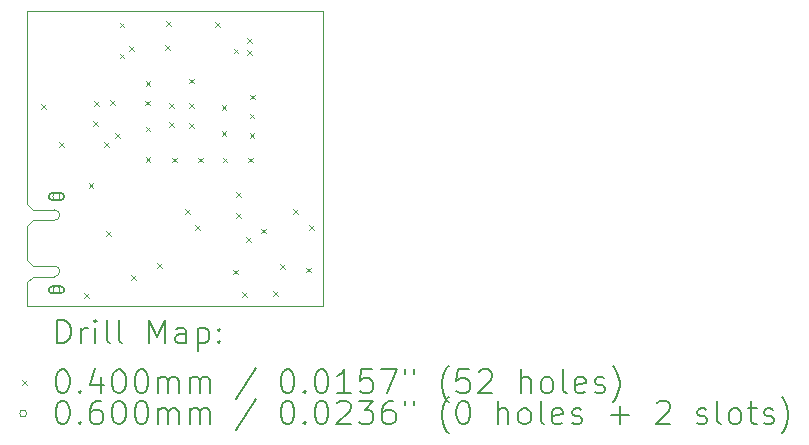
<source format=gbr>
%TF.GenerationSoftware,KiCad,Pcbnew,(6.0.11)*%
%TF.CreationDate,2023-04-24T14:11:14-03:00*%
%TF.ProjectId,HappyFeet,48617070-7946-4656-9574-2e6b69636164,V0.7*%
%TF.SameCoordinates,Original*%
%TF.FileFunction,Drillmap*%
%TF.FilePolarity,Positive*%
%FSLAX45Y45*%
G04 Gerber Fmt 4.5, Leading zero omitted, Abs format (unit mm)*
G04 Created by KiCad (PCBNEW (6.0.11)) date 2023-04-24 14:11:14*
%MOMM*%
%LPD*%
G01*
G04 APERTURE LIST*
%ADD10C,0.100000*%
%ADD11C,0.200000*%
%ADD12C,0.040000*%
%ADD13C,0.060000*%
G04 APERTURE END LIST*
D10*
X10000000Y-8634500D02*
X10000000Y-7000000D01*
X10230000Y-8684650D02*
X10047500Y-8684500D01*
X10230000Y-8774150D02*
X10050000Y-8774500D01*
X10230000Y-9159900D02*
X10047500Y-9159500D01*
X10230000Y-9248900D02*
X10050000Y-9249500D01*
X12500000Y-9500000D02*
X10000000Y-9500000D01*
X10230000Y-9248900D02*
G75*
G03*
X10230000Y-9159900I0J44500D01*
G01*
X12500000Y-7000000D02*
X12500000Y-9500000D01*
X10047500Y-9159500D02*
X10000000Y-9109500D01*
X10000000Y-9109500D02*
X10000000Y-8824500D01*
X10047500Y-8684500D02*
X10000000Y-8634500D01*
X10230000Y-8774150D02*
G75*
G03*
X10230000Y-8684650I0J44750D01*
G01*
X10000000Y-9500000D02*
X10000000Y-9299500D01*
X10000000Y-8824500D02*
X10050000Y-8774500D01*
X10000000Y-7000000D02*
X12500000Y-7000000D01*
X10000000Y-9299500D02*
X10050000Y-9249500D01*
D11*
D12*
X10120000Y-7790000D02*
X10160000Y-7830000D01*
X10160000Y-7790000D02*
X10120000Y-7830000D01*
X10269250Y-8113750D02*
X10309250Y-8153750D01*
X10309250Y-8113750D02*
X10269250Y-8153750D01*
X10480000Y-9387000D02*
X10520000Y-9427000D01*
X10520000Y-9387000D02*
X10480000Y-9427000D01*
X10520000Y-8460000D02*
X10560000Y-8500000D01*
X10560000Y-8460000D02*
X10520000Y-8500000D01*
X10560000Y-7932000D02*
X10600000Y-7972000D01*
X10600000Y-7932000D02*
X10560000Y-7972000D01*
X10565000Y-7762000D02*
X10605000Y-7802000D01*
X10605000Y-7762000D02*
X10565000Y-7802000D01*
X10648239Y-8112761D02*
X10688239Y-8152761D01*
X10688239Y-8112761D02*
X10648239Y-8152761D01*
X10670000Y-8867000D02*
X10710000Y-8907000D01*
X10710000Y-8867000D02*
X10670000Y-8907000D01*
X10700000Y-7756000D02*
X10740000Y-7796000D01*
X10740000Y-7756000D02*
X10700000Y-7796000D01*
X10746000Y-8035000D02*
X10786000Y-8075000D01*
X10786000Y-8035000D02*
X10746000Y-8075000D01*
X10781500Y-7361650D02*
X10821500Y-7401650D01*
X10821500Y-7361650D02*
X10781500Y-7401650D01*
X10781750Y-7098650D02*
X10821750Y-7138650D01*
X10821750Y-7098650D02*
X10781750Y-7138650D01*
X10863750Y-7301400D02*
X10903750Y-7341400D01*
X10903750Y-7301400D02*
X10863750Y-7341400D01*
X10880000Y-9237000D02*
X10920000Y-9277000D01*
X10920000Y-9237000D02*
X10880000Y-9277000D01*
X11000000Y-7760000D02*
X11040000Y-7800000D01*
X11040000Y-7760000D02*
X11000000Y-7800000D01*
X11001000Y-7593000D02*
X11041000Y-7633000D01*
X11041000Y-7593000D02*
X11001000Y-7633000D01*
X11003000Y-7980000D02*
X11043000Y-8020000D01*
X11043000Y-7980000D02*
X11003000Y-8020000D01*
X11003000Y-8240000D02*
X11043000Y-8280000D01*
X11043000Y-8240000D02*
X11003000Y-8280000D01*
X11102250Y-9134250D02*
X11142250Y-9174250D01*
X11142250Y-9134250D02*
X11102250Y-9174250D01*
X11170000Y-7290000D02*
X11210000Y-7330000D01*
X11210000Y-7290000D02*
X11170000Y-7330000D01*
X11177000Y-7087000D02*
X11217000Y-7127000D01*
X11217000Y-7087000D02*
X11177000Y-7127000D01*
X11201000Y-7783000D02*
X11241000Y-7823000D01*
X11241000Y-7783000D02*
X11201000Y-7823000D01*
X11201000Y-7943000D02*
X11241000Y-7983000D01*
X11241000Y-7943000D02*
X11201000Y-7983000D01*
X11224000Y-8243000D02*
X11264000Y-8283000D01*
X11264000Y-8243000D02*
X11224000Y-8283000D01*
X11336000Y-8681000D02*
X11376000Y-8721000D01*
X11376000Y-8681000D02*
X11336000Y-8721000D01*
X11371000Y-7573000D02*
X11411000Y-7613000D01*
X11411000Y-7573000D02*
X11371000Y-7613000D01*
X11371002Y-7953000D02*
X11411002Y-7993000D01*
X11411002Y-7953000D02*
X11371002Y-7993000D01*
X11371011Y-7782990D02*
X11411011Y-7822990D01*
X11411011Y-7782990D02*
X11371011Y-7822990D01*
X11419000Y-8815000D02*
X11459000Y-8855000D01*
X11459000Y-8815000D02*
X11419000Y-8855000D01*
X11445000Y-8243000D02*
X11485000Y-8283000D01*
X11485000Y-8243000D02*
X11445000Y-8283000D01*
X11589000Y-7095000D02*
X11629000Y-7135000D01*
X11629000Y-7095000D02*
X11589000Y-7135000D01*
X11646000Y-7798000D02*
X11686000Y-7838000D01*
X11686000Y-7798000D02*
X11646000Y-7838000D01*
X11646000Y-8020000D02*
X11686000Y-8060000D01*
X11686000Y-8020000D02*
X11646000Y-8060000D01*
X11654000Y-8243000D02*
X11694000Y-8283000D01*
X11694000Y-8243000D02*
X11654000Y-8283000D01*
X11745000Y-9190000D02*
X11785000Y-9230000D01*
X11785000Y-9190000D02*
X11745000Y-9230000D01*
X11748000Y-7320000D02*
X11788000Y-7360000D01*
X11788000Y-7320000D02*
X11748000Y-7360000D01*
X11769000Y-8535000D02*
X11809000Y-8575000D01*
X11809000Y-8535000D02*
X11769000Y-8575000D01*
X11770000Y-8713000D02*
X11810000Y-8753000D01*
X11810000Y-8713000D02*
X11770000Y-8753000D01*
X11821000Y-9383000D02*
X11861000Y-9423000D01*
X11861000Y-9383000D02*
X11821000Y-9423000D01*
X11852000Y-8914000D02*
X11892000Y-8954000D01*
X11892000Y-8914000D02*
X11852000Y-8954000D01*
X11859000Y-7228000D02*
X11899000Y-7268000D01*
X11899000Y-7228000D02*
X11859000Y-7268000D01*
X11859000Y-7332000D02*
X11899000Y-7372000D01*
X11899000Y-7332000D02*
X11859000Y-7372000D01*
X11872000Y-8243000D02*
X11912000Y-8283000D01*
X11912000Y-8243000D02*
X11872000Y-8283000D01*
X11882000Y-7871000D02*
X11922000Y-7911000D01*
X11922000Y-7871000D02*
X11882000Y-7911000D01*
X11882000Y-8035000D02*
X11922000Y-8075000D01*
X11922000Y-8035000D02*
X11882000Y-8075000D01*
X11888000Y-7709000D02*
X11928000Y-7749000D01*
X11928000Y-7709000D02*
X11888000Y-7749000D01*
X11977750Y-8843400D02*
X12017750Y-8883400D01*
X12017750Y-8843400D02*
X11977750Y-8883400D01*
X12081000Y-9373000D02*
X12121000Y-9413000D01*
X12121000Y-9373000D02*
X12081000Y-9413000D01*
X12141000Y-9143000D02*
X12181000Y-9183000D01*
X12181000Y-9143000D02*
X12141000Y-9183000D01*
X12249000Y-8680000D02*
X12289000Y-8720000D01*
X12289000Y-8680000D02*
X12249000Y-8720000D01*
X12361000Y-9173000D02*
X12401000Y-9213000D01*
X12401000Y-9173000D02*
X12361000Y-9213000D01*
X12386000Y-8816000D02*
X12426000Y-8856000D01*
X12426000Y-8816000D02*
X12386000Y-8856000D01*
D13*
X10276820Y-8572030D02*
G75*
G03*
X10276820Y-8572030I-30000J0D01*
G01*
D11*
X10281820Y-8542030D02*
X10211820Y-8542030D01*
X10281820Y-8602030D02*
X10211820Y-8602030D01*
X10211820Y-8542030D02*
G75*
G03*
X10211820Y-8602030I0J-30000D01*
G01*
X10281820Y-8602030D02*
G75*
G03*
X10281820Y-8542030I0J30000D01*
G01*
D13*
X10276820Y-9361970D02*
G75*
G03*
X10276820Y-9361970I-30000J0D01*
G01*
D11*
X10281820Y-9331970D02*
X10211820Y-9331970D01*
X10281820Y-9391970D02*
X10211820Y-9391970D01*
X10211820Y-9331970D02*
G75*
G03*
X10211820Y-9391970I0J-30000D01*
G01*
X10281820Y-9391970D02*
G75*
G03*
X10281820Y-9331970I0J30000D01*
G01*
X10252619Y-9815476D02*
X10252619Y-9615476D01*
X10300238Y-9615476D01*
X10328810Y-9625000D01*
X10347857Y-9644048D01*
X10357381Y-9663095D01*
X10366905Y-9701190D01*
X10366905Y-9729762D01*
X10357381Y-9767857D01*
X10347857Y-9786905D01*
X10328810Y-9805952D01*
X10300238Y-9815476D01*
X10252619Y-9815476D01*
X10452619Y-9815476D02*
X10452619Y-9682143D01*
X10452619Y-9720238D02*
X10462143Y-9701190D01*
X10471667Y-9691667D01*
X10490714Y-9682143D01*
X10509762Y-9682143D01*
X10576429Y-9815476D02*
X10576429Y-9682143D01*
X10576429Y-9615476D02*
X10566905Y-9625000D01*
X10576429Y-9634524D01*
X10585952Y-9625000D01*
X10576429Y-9615476D01*
X10576429Y-9634524D01*
X10700238Y-9815476D02*
X10681190Y-9805952D01*
X10671667Y-9786905D01*
X10671667Y-9615476D01*
X10805000Y-9815476D02*
X10785952Y-9805952D01*
X10776429Y-9786905D01*
X10776429Y-9615476D01*
X11033571Y-9815476D02*
X11033571Y-9615476D01*
X11100238Y-9758333D01*
X11166905Y-9615476D01*
X11166905Y-9815476D01*
X11347857Y-9815476D02*
X11347857Y-9710714D01*
X11338333Y-9691667D01*
X11319286Y-9682143D01*
X11281190Y-9682143D01*
X11262143Y-9691667D01*
X11347857Y-9805952D02*
X11328809Y-9815476D01*
X11281190Y-9815476D01*
X11262143Y-9805952D01*
X11252619Y-9786905D01*
X11252619Y-9767857D01*
X11262143Y-9748810D01*
X11281190Y-9739286D01*
X11328809Y-9739286D01*
X11347857Y-9729762D01*
X11443095Y-9682143D02*
X11443095Y-9882143D01*
X11443095Y-9691667D02*
X11462143Y-9682143D01*
X11500238Y-9682143D01*
X11519286Y-9691667D01*
X11528809Y-9701190D01*
X11538333Y-9720238D01*
X11538333Y-9777381D01*
X11528809Y-9796429D01*
X11519286Y-9805952D01*
X11500238Y-9815476D01*
X11462143Y-9815476D01*
X11443095Y-9805952D01*
X11624048Y-9796429D02*
X11633571Y-9805952D01*
X11624048Y-9815476D01*
X11614524Y-9805952D01*
X11624048Y-9796429D01*
X11624048Y-9815476D01*
X11624048Y-9691667D02*
X11633571Y-9701190D01*
X11624048Y-9710714D01*
X11614524Y-9701190D01*
X11624048Y-9691667D01*
X11624048Y-9710714D01*
D12*
X9955000Y-10125000D02*
X9995000Y-10165000D01*
X9995000Y-10125000D02*
X9955000Y-10165000D01*
D11*
X10290714Y-10035476D02*
X10309762Y-10035476D01*
X10328810Y-10045000D01*
X10338333Y-10054524D01*
X10347857Y-10073571D01*
X10357381Y-10111667D01*
X10357381Y-10159286D01*
X10347857Y-10197381D01*
X10338333Y-10216429D01*
X10328810Y-10225952D01*
X10309762Y-10235476D01*
X10290714Y-10235476D01*
X10271667Y-10225952D01*
X10262143Y-10216429D01*
X10252619Y-10197381D01*
X10243095Y-10159286D01*
X10243095Y-10111667D01*
X10252619Y-10073571D01*
X10262143Y-10054524D01*
X10271667Y-10045000D01*
X10290714Y-10035476D01*
X10443095Y-10216429D02*
X10452619Y-10225952D01*
X10443095Y-10235476D01*
X10433571Y-10225952D01*
X10443095Y-10216429D01*
X10443095Y-10235476D01*
X10624048Y-10102143D02*
X10624048Y-10235476D01*
X10576429Y-10025952D02*
X10528810Y-10168810D01*
X10652619Y-10168810D01*
X10766905Y-10035476D02*
X10785952Y-10035476D01*
X10805000Y-10045000D01*
X10814524Y-10054524D01*
X10824048Y-10073571D01*
X10833571Y-10111667D01*
X10833571Y-10159286D01*
X10824048Y-10197381D01*
X10814524Y-10216429D01*
X10805000Y-10225952D01*
X10785952Y-10235476D01*
X10766905Y-10235476D01*
X10747857Y-10225952D01*
X10738333Y-10216429D01*
X10728810Y-10197381D01*
X10719286Y-10159286D01*
X10719286Y-10111667D01*
X10728810Y-10073571D01*
X10738333Y-10054524D01*
X10747857Y-10045000D01*
X10766905Y-10035476D01*
X10957381Y-10035476D02*
X10976429Y-10035476D01*
X10995476Y-10045000D01*
X11005000Y-10054524D01*
X11014524Y-10073571D01*
X11024048Y-10111667D01*
X11024048Y-10159286D01*
X11014524Y-10197381D01*
X11005000Y-10216429D01*
X10995476Y-10225952D01*
X10976429Y-10235476D01*
X10957381Y-10235476D01*
X10938333Y-10225952D01*
X10928810Y-10216429D01*
X10919286Y-10197381D01*
X10909762Y-10159286D01*
X10909762Y-10111667D01*
X10919286Y-10073571D01*
X10928810Y-10054524D01*
X10938333Y-10045000D01*
X10957381Y-10035476D01*
X11109762Y-10235476D02*
X11109762Y-10102143D01*
X11109762Y-10121190D02*
X11119286Y-10111667D01*
X11138333Y-10102143D01*
X11166905Y-10102143D01*
X11185952Y-10111667D01*
X11195476Y-10130714D01*
X11195476Y-10235476D01*
X11195476Y-10130714D02*
X11205000Y-10111667D01*
X11224048Y-10102143D01*
X11252619Y-10102143D01*
X11271667Y-10111667D01*
X11281190Y-10130714D01*
X11281190Y-10235476D01*
X11376428Y-10235476D02*
X11376428Y-10102143D01*
X11376428Y-10121190D02*
X11385952Y-10111667D01*
X11405000Y-10102143D01*
X11433571Y-10102143D01*
X11452619Y-10111667D01*
X11462143Y-10130714D01*
X11462143Y-10235476D01*
X11462143Y-10130714D02*
X11471667Y-10111667D01*
X11490714Y-10102143D01*
X11519286Y-10102143D01*
X11538333Y-10111667D01*
X11547857Y-10130714D01*
X11547857Y-10235476D01*
X11938333Y-10025952D02*
X11766905Y-10283095D01*
X12195476Y-10035476D02*
X12214524Y-10035476D01*
X12233571Y-10045000D01*
X12243095Y-10054524D01*
X12252619Y-10073571D01*
X12262143Y-10111667D01*
X12262143Y-10159286D01*
X12252619Y-10197381D01*
X12243095Y-10216429D01*
X12233571Y-10225952D01*
X12214524Y-10235476D01*
X12195476Y-10235476D01*
X12176428Y-10225952D01*
X12166905Y-10216429D01*
X12157381Y-10197381D01*
X12147857Y-10159286D01*
X12147857Y-10111667D01*
X12157381Y-10073571D01*
X12166905Y-10054524D01*
X12176428Y-10045000D01*
X12195476Y-10035476D01*
X12347857Y-10216429D02*
X12357381Y-10225952D01*
X12347857Y-10235476D01*
X12338333Y-10225952D01*
X12347857Y-10216429D01*
X12347857Y-10235476D01*
X12481190Y-10035476D02*
X12500238Y-10035476D01*
X12519286Y-10045000D01*
X12528809Y-10054524D01*
X12538333Y-10073571D01*
X12547857Y-10111667D01*
X12547857Y-10159286D01*
X12538333Y-10197381D01*
X12528809Y-10216429D01*
X12519286Y-10225952D01*
X12500238Y-10235476D01*
X12481190Y-10235476D01*
X12462143Y-10225952D01*
X12452619Y-10216429D01*
X12443095Y-10197381D01*
X12433571Y-10159286D01*
X12433571Y-10111667D01*
X12443095Y-10073571D01*
X12452619Y-10054524D01*
X12462143Y-10045000D01*
X12481190Y-10035476D01*
X12738333Y-10235476D02*
X12624048Y-10235476D01*
X12681190Y-10235476D02*
X12681190Y-10035476D01*
X12662143Y-10064048D01*
X12643095Y-10083095D01*
X12624048Y-10092619D01*
X12919286Y-10035476D02*
X12824048Y-10035476D01*
X12814524Y-10130714D01*
X12824048Y-10121190D01*
X12843095Y-10111667D01*
X12890714Y-10111667D01*
X12909762Y-10121190D01*
X12919286Y-10130714D01*
X12928809Y-10149762D01*
X12928809Y-10197381D01*
X12919286Y-10216429D01*
X12909762Y-10225952D01*
X12890714Y-10235476D01*
X12843095Y-10235476D01*
X12824048Y-10225952D01*
X12814524Y-10216429D01*
X12995476Y-10035476D02*
X13128809Y-10035476D01*
X13043095Y-10235476D01*
X13195476Y-10035476D02*
X13195476Y-10073571D01*
X13271667Y-10035476D02*
X13271667Y-10073571D01*
X13566905Y-10311667D02*
X13557381Y-10302143D01*
X13538333Y-10273571D01*
X13528809Y-10254524D01*
X13519286Y-10225952D01*
X13509762Y-10178333D01*
X13509762Y-10140238D01*
X13519286Y-10092619D01*
X13528809Y-10064048D01*
X13538333Y-10045000D01*
X13557381Y-10016429D01*
X13566905Y-10006905D01*
X13738333Y-10035476D02*
X13643095Y-10035476D01*
X13633571Y-10130714D01*
X13643095Y-10121190D01*
X13662143Y-10111667D01*
X13709762Y-10111667D01*
X13728809Y-10121190D01*
X13738333Y-10130714D01*
X13747857Y-10149762D01*
X13747857Y-10197381D01*
X13738333Y-10216429D01*
X13728809Y-10225952D01*
X13709762Y-10235476D01*
X13662143Y-10235476D01*
X13643095Y-10225952D01*
X13633571Y-10216429D01*
X13824048Y-10054524D02*
X13833571Y-10045000D01*
X13852619Y-10035476D01*
X13900238Y-10035476D01*
X13919286Y-10045000D01*
X13928809Y-10054524D01*
X13938333Y-10073571D01*
X13938333Y-10092619D01*
X13928809Y-10121190D01*
X13814524Y-10235476D01*
X13938333Y-10235476D01*
X14176428Y-10235476D02*
X14176428Y-10035476D01*
X14262143Y-10235476D02*
X14262143Y-10130714D01*
X14252619Y-10111667D01*
X14233571Y-10102143D01*
X14205000Y-10102143D01*
X14185952Y-10111667D01*
X14176428Y-10121190D01*
X14385952Y-10235476D02*
X14366905Y-10225952D01*
X14357381Y-10216429D01*
X14347857Y-10197381D01*
X14347857Y-10140238D01*
X14357381Y-10121190D01*
X14366905Y-10111667D01*
X14385952Y-10102143D01*
X14414524Y-10102143D01*
X14433571Y-10111667D01*
X14443095Y-10121190D01*
X14452619Y-10140238D01*
X14452619Y-10197381D01*
X14443095Y-10216429D01*
X14433571Y-10225952D01*
X14414524Y-10235476D01*
X14385952Y-10235476D01*
X14566905Y-10235476D02*
X14547857Y-10225952D01*
X14538333Y-10206905D01*
X14538333Y-10035476D01*
X14719286Y-10225952D02*
X14700238Y-10235476D01*
X14662143Y-10235476D01*
X14643095Y-10225952D01*
X14633571Y-10206905D01*
X14633571Y-10130714D01*
X14643095Y-10111667D01*
X14662143Y-10102143D01*
X14700238Y-10102143D01*
X14719286Y-10111667D01*
X14728809Y-10130714D01*
X14728809Y-10149762D01*
X14633571Y-10168810D01*
X14805000Y-10225952D02*
X14824048Y-10235476D01*
X14862143Y-10235476D01*
X14881190Y-10225952D01*
X14890714Y-10206905D01*
X14890714Y-10197381D01*
X14881190Y-10178333D01*
X14862143Y-10168810D01*
X14833571Y-10168810D01*
X14814524Y-10159286D01*
X14805000Y-10140238D01*
X14805000Y-10130714D01*
X14814524Y-10111667D01*
X14833571Y-10102143D01*
X14862143Y-10102143D01*
X14881190Y-10111667D01*
X14957381Y-10311667D02*
X14966905Y-10302143D01*
X14985952Y-10273571D01*
X14995476Y-10254524D01*
X15005000Y-10225952D01*
X15014524Y-10178333D01*
X15014524Y-10140238D01*
X15005000Y-10092619D01*
X14995476Y-10064048D01*
X14985952Y-10045000D01*
X14966905Y-10016429D01*
X14957381Y-10006905D01*
D13*
X9995000Y-10409000D02*
G75*
G03*
X9995000Y-10409000I-30000J0D01*
G01*
D11*
X10290714Y-10299476D02*
X10309762Y-10299476D01*
X10328810Y-10309000D01*
X10338333Y-10318524D01*
X10347857Y-10337571D01*
X10357381Y-10375667D01*
X10357381Y-10423286D01*
X10347857Y-10461381D01*
X10338333Y-10480429D01*
X10328810Y-10489952D01*
X10309762Y-10499476D01*
X10290714Y-10499476D01*
X10271667Y-10489952D01*
X10262143Y-10480429D01*
X10252619Y-10461381D01*
X10243095Y-10423286D01*
X10243095Y-10375667D01*
X10252619Y-10337571D01*
X10262143Y-10318524D01*
X10271667Y-10309000D01*
X10290714Y-10299476D01*
X10443095Y-10480429D02*
X10452619Y-10489952D01*
X10443095Y-10499476D01*
X10433571Y-10489952D01*
X10443095Y-10480429D01*
X10443095Y-10499476D01*
X10624048Y-10299476D02*
X10585952Y-10299476D01*
X10566905Y-10309000D01*
X10557381Y-10318524D01*
X10538333Y-10347095D01*
X10528810Y-10385190D01*
X10528810Y-10461381D01*
X10538333Y-10480429D01*
X10547857Y-10489952D01*
X10566905Y-10499476D01*
X10605000Y-10499476D01*
X10624048Y-10489952D01*
X10633571Y-10480429D01*
X10643095Y-10461381D01*
X10643095Y-10413762D01*
X10633571Y-10394714D01*
X10624048Y-10385190D01*
X10605000Y-10375667D01*
X10566905Y-10375667D01*
X10547857Y-10385190D01*
X10538333Y-10394714D01*
X10528810Y-10413762D01*
X10766905Y-10299476D02*
X10785952Y-10299476D01*
X10805000Y-10309000D01*
X10814524Y-10318524D01*
X10824048Y-10337571D01*
X10833571Y-10375667D01*
X10833571Y-10423286D01*
X10824048Y-10461381D01*
X10814524Y-10480429D01*
X10805000Y-10489952D01*
X10785952Y-10499476D01*
X10766905Y-10499476D01*
X10747857Y-10489952D01*
X10738333Y-10480429D01*
X10728810Y-10461381D01*
X10719286Y-10423286D01*
X10719286Y-10375667D01*
X10728810Y-10337571D01*
X10738333Y-10318524D01*
X10747857Y-10309000D01*
X10766905Y-10299476D01*
X10957381Y-10299476D02*
X10976429Y-10299476D01*
X10995476Y-10309000D01*
X11005000Y-10318524D01*
X11014524Y-10337571D01*
X11024048Y-10375667D01*
X11024048Y-10423286D01*
X11014524Y-10461381D01*
X11005000Y-10480429D01*
X10995476Y-10489952D01*
X10976429Y-10499476D01*
X10957381Y-10499476D01*
X10938333Y-10489952D01*
X10928810Y-10480429D01*
X10919286Y-10461381D01*
X10909762Y-10423286D01*
X10909762Y-10375667D01*
X10919286Y-10337571D01*
X10928810Y-10318524D01*
X10938333Y-10309000D01*
X10957381Y-10299476D01*
X11109762Y-10499476D02*
X11109762Y-10366143D01*
X11109762Y-10385190D02*
X11119286Y-10375667D01*
X11138333Y-10366143D01*
X11166905Y-10366143D01*
X11185952Y-10375667D01*
X11195476Y-10394714D01*
X11195476Y-10499476D01*
X11195476Y-10394714D02*
X11205000Y-10375667D01*
X11224048Y-10366143D01*
X11252619Y-10366143D01*
X11271667Y-10375667D01*
X11281190Y-10394714D01*
X11281190Y-10499476D01*
X11376428Y-10499476D02*
X11376428Y-10366143D01*
X11376428Y-10385190D02*
X11385952Y-10375667D01*
X11405000Y-10366143D01*
X11433571Y-10366143D01*
X11452619Y-10375667D01*
X11462143Y-10394714D01*
X11462143Y-10499476D01*
X11462143Y-10394714D02*
X11471667Y-10375667D01*
X11490714Y-10366143D01*
X11519286Y-10366143D01*
X11538333Y-10375667D01*
X11547857Y-10394714D01*
X11547857Y-10499476D01*
X11938333Y-10289952D02*
X11766905Y-10547095D01*
X12195476Y-10299476D02*
X12214524Y-10299476D01*
X12233571Y-10309000D01*
X12243095Y-10318524D01*
X12252619Y-10337571D01*
X12262143Y-10375667D01*
X12262143Y-10423286D01*
X12252619Y-10461381D01*
X12243095Y-10480429D01*
X12233571Y-10489952D01*
X12214524Y-10499476D01*
X12195476Y-10499476D01*
X12176428Y-10489952D01*
X12166905Y-10480429D01*
X12157381Y-10461381D01*
X12147857Y-10423286D01*
X12147857Y-10375667D01*
X12157381Y-10337571D01*
X12166905Y-10318524D01*
X12176428Y-10309000D01*
X12195476Y-10299476D01*
X12347857Y-10480429D02*
X12357381Y-10489952D01*
X12347857Y-10499476D01*
X12338333Y-10489952D01*
X12347857Y-10480429D01*
X12347857Y-10499476D01*
X12481190Y-10299476D02*
X12500238Y-10299476D01*
X12519286Y-10309000D01*
X12528809Y-10318524D01*
X12538333Y-10337571D01*
X12547857Y-10375667D01*
X12547857Y-10423286D01*
X12538333Y-10461381D01*
X12528809Y-10480429D01*
X12519286Y-10489952D01*
X12500238Y-10499476D01*
X12481190Y-10499476D01*
X12462143Y-10489952D01*
X12452619Y-10480429D01*
X12443095Y-10461381D01*
X12433571Y-10423286D01*
X12433571Y-10375667D01*
X12443095Y-10337571D01*
X12452619Y-10318524D01*
X12462143Y-10309000D01*
X12481190Y-10299476D01*
X12624048Y-10318524D02*
X12633571Y-10309000D01*
X12652619Y-10299476D01*
X12700238Y-10299476D01*
X12719286Y-10309000D01*
X12728809Y-10318524D01*
X12738333Y-10337571D01*
X12738333Y-10356619D01*
X12728809Y-10385190D01*
X12614524Y-10499476D01*
X12738333Y-10499476D01*
X12805000Y-10299476D02*
X12928809Y-10299476D01*
X12862143Y-10375667D01*
X12890714Y-10375667D01*
X12909762Y-10385190D01*
X12919286Y-10394714D01*
X12928809Y-10413762D01*
X12928809Y-10461381D01*
X12919286Y-10480429D01*
X12909762Y-10489952D01*
X12890714Y-10499476D01*
X12833571Y-10499476D01*
X12814524Y-10489952D01*
X12805000Y-10480429D01*
X13100238Y-10299476D02*
X13062143Y-10299476D01*
X13043095Y-10309000D01*
X13033571Y-10318524D01*
X13014524Y-10347095D01*
X13005000Y-10385190D01*
X13005000Y-10461381D01*
X13014524Y-10480429D01*
X13024048Y-10489952D01*
X13043095Y-10499476D01*
X13081190Y-10499476D01*
X13100238Y-10489952D01*
X13109762Y-10480429D01*
X13119286Y-10461381D01*
X13119286Y-10413762D01*
X13109762Y-10394714D01*
X13100238Y-10385190D01*
X13081190Y-10375667D01*
X13043095Y-10375667D01*
X13024048Y-10385190D01*
X13014524Y-10394714D01*
X13005000Y-10413762D01*
X13195476Y-10299476D02*
X13195476Y-10337571D01*
X13271667Y-10299476D02*
X13271667Y-10337571D01*
X13566905Y-10575667D02*
X13557381Y-10566143D01*
X13538333Y-10537571D01*
X13528809Y-10518524D01*
X13519286Y-10489952D01*
X13509762Y-10442333D01*
X13509762Y-10404238D01*
X13519286Y-10356619D01*
X13528809Y-10328048D01*
X13538333Y-10309000D01*
X13557381Y-10280429D01*
X13566905Y-10270905D01*
X13681190Y-10299476D02*
X13700238Y-10299476D01*
X13719286Y-10309000D01*
X13728809Y-10318524D01*
X13738333Y-10337571D01*
X13747857Y-10375667D01*
X13747857Y-10423286D01*
X13738333Y-10461381D01*
X13728809Y-10480429D01*
X13719286Y-10489952D01*
X13700238Y-10499476D01*
X13681190Y-10499476D01*
X13662143Y-10489952D01*
X13652619Y-10480429D01*
X13643095Y-10461381D01*
X13633571Y-10423286D01*
X13633571Y-10375667D01*
X13643095Y-10337571D01*
X13652619Y-10318524D01*
X13662143Y-10309000D01*
X13681190Y-10299476D01*
X13985952Y-10499476D02*
X13985952Y-10299476D01*
X14071667Y-10499476D02*
X14071667Y-10394714D01*
X14062143Y-10375667D01*
X14043095Y-10366143D01*
X14014524Y-10366143D01*
X13995476Y-10375667D01*
X13985952Y-10385190D01*
X14195476Y-10499476D02*
X14176428Y-10489952D01*
X14166905Y-10480429D01*
X14157381Y-10461381D01*
X14157381Y-10404238D01*
X14166905Y-10385190D01*
X14176428Y-10375667D01*
X14195476Y-10366143D01*
X14224048Y-10366143D01*
X14243095Y-10375667D01*
X14252619Y-10385190D01*
X14262143Y-10404238D01*
X14262143Y-10461381D01*
X14252619Y-10480429D01*
X14243095Y-10489952D01*
X14224048Y-10499476D01*
X14195476Y-10499476D01*
X14376428Y-10499476D02*
X14357381Y-10489952D01*
X14347857Y-10470905D01*
X14347857Y-10299476D01*
X14528809Y-10489952D02*
X14509762Y-10499476D01*
X14471667Y-10499476D01*
X14452619Y-10489952D01*
X14443095Y-10470905D01*
X14443095Y-10394714D01*
X14452619Y-10375667D01*
X14471667Y-10366143D01*
X14509762Y-10366143D01*
X14528809Y-10375667D01*
X14538333Y-10394714D01*
X14538333Y-10413762D01*
X14443095Y-10432810D01*
X14614524Y-10489952D02*
X14633571Y-10499476D01*
X14671667Y-10499476D01*
X14690714Y-10489952D01*
X14700238Y-10470905D01*
X14700238Y-10461381D01*
X14690714Y-10442333D01*
X14671667Y-10432810D01*
X14643095Y-10432810D01*
X14624048Y-10423286D01*
X14614524Y-10404238D01*
X14614524Y-10394714D01*
X14624048Y-10375667D01*
X14643095Y-10366143D01*
X14671667Y-10366143D01*
X14690714Y-10375667D01*
X14938333Y-10423286D02*
X15090714Y-10423286D01*
X15014524Y-10499476D02*
X15014524Y-10347095D01*
X15328809Y-10318524D02*
X15338333Y-10309000D01*
X15357381Y-10299476D01*
X15405000Y-10299476D01*
X15424048Y-10309000D01*
X15433571Y-10318524D01*
X15443095Y-10337571D01*
X15443095Y-10356619D01*
X15433571Y-10385190D01*
X15319286Y-10499476D01*
X15443095Y-10499476D01*
X15671667Y-10489952D02*
X15690714Y-10499476D01*
X15728809Y-10499476D01*
X15747857Y-10489952D01*
X15757381Y-10470905D01*
X15757381Y-10461381D01*
X15747857Y-10442333D01*
X15728809Y-10432810D01*
X15700238Y-10432810D01*
X15681190Y-10423286D01*
X15671667Y-10404238D01*
X15671667Y-10394714D01*
X15681190Y-10375667D01*
X15700238Y-10366143D01*
X15728809Y-10366143D01*
X15747857Y-10375667D01*
X15871667Y-10499476D02*
X15852619Y-10489952D01*
X15843095Y-10470905D01*
X15843095Y-10299476D01*
X15976428Y-10499476D02*
X15957381Y-10489952D01*
X15947857Y-10480429D01*
X15938333Y-10461381D01*
X15938333Y-10404238D01*
X15947857Y-10385190D01*
X15957381Y-10375667D01*
X15976428Y-10366143D01*
X16005000Y-10366143D01*
X16024048Y-10375667D01*
X16033571Y-10385190D01*
X16043095Y-10404238D01*
X16043095Y-10461381D01*
X16033571Y-10480429D01*
X16024048Y-10489952D01*
X16005000Y-10499476D01*
X15976428Y-10499476D01*
X16100238Y-10366143D02*
X16176428Y-10366143D01*
X16128809Y-10299476D02*
X16128809Y-10470905D01*
X16138333Y-10489952D01*
X16157381Y-10499476D01*
X16176428Y-10499476D01*
X16233571Y-10489952D02*
X16252619Y-10499476D01*
X16290714Y-10499476D01*
X16309762Y-10489952D01*
X16319286Y-10470905D01*
X16319286Y-10461381D01*
X16309762Y-10442333D01*
X16290714Y-10432810D01*
X16262143Y-10432810D01*
X16243095Y-10423286D01*
X16233571Y-10404238D01*
X16233571Y-10394714D01*
X16243095Y-10375667D01*
X16262143Y-10366143D01*
X16290714Y-10366143D01*
X16309762Y-10375667D01*
X16385952Y-10575667D02*
X16395476Y-10566143D01*
X16414524Y-10537571D01*
X16424048Y-10518524D01*
X16433571Y-10489952D01*
X16443095Y-10442333D01*
X16443095Y-10404238D01*
X16433571Y-10356619D01*
X16424048Y-10328048D01*
X16414524Y-10309000D01*
X16395476Y-10280429D01*
X16385952Y-10270905D01*
M02*

</source>
